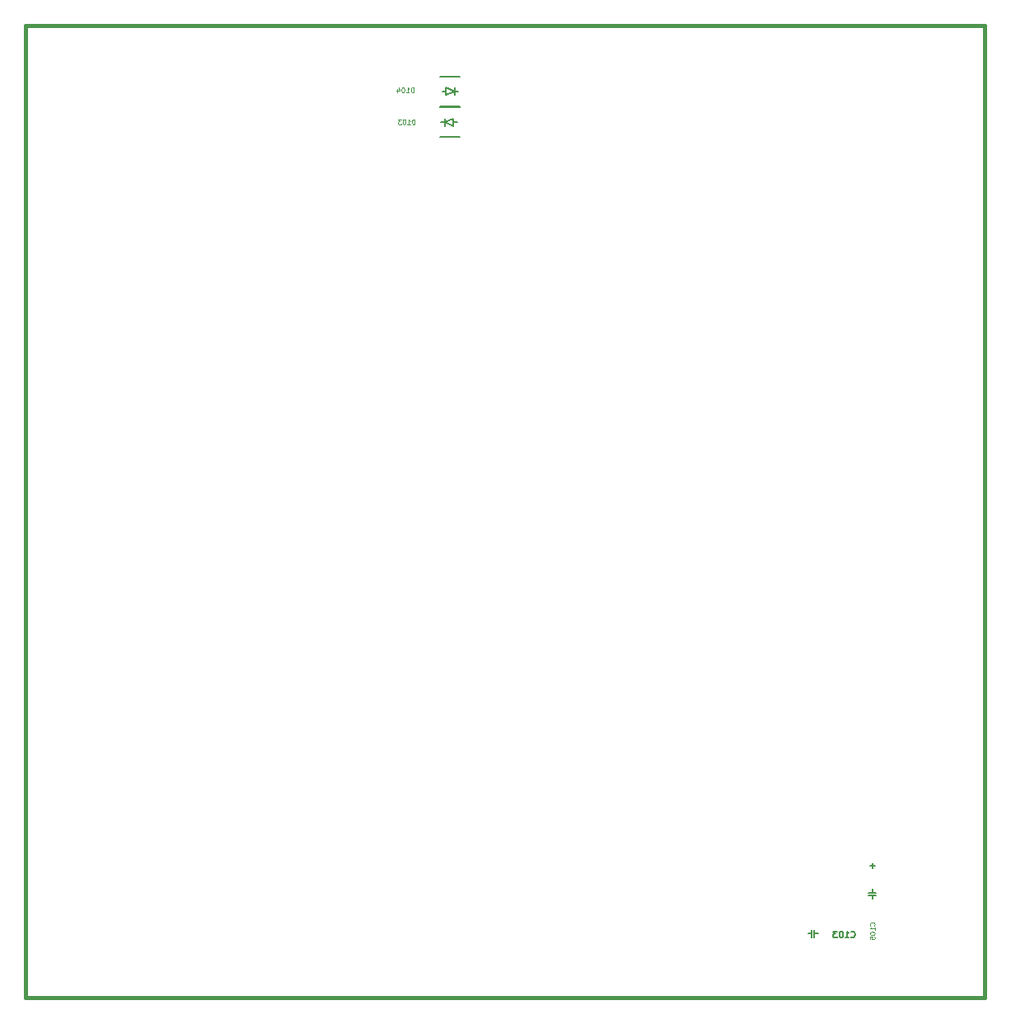
<source format=gbo>
G04 #@! TF.GenerationSoftware,KiCad,Pcbnew,(5.1.5)-3*
G04 #@! TF.CreationDate,2021-08-30T19:44:14+02:00*
G04 #@! TF.ProjectId,sbk6,73626b36-2e6b-4696-9361-645f70636258,0426 -*
G04 #@! TF.SameCoordinates,Original*
G04 #@! TF.FileFunction,Legend,Bot*
G04 #@! TF.FilePolarity,Positive*
%FSLAX46Y46*%
G04 Gerber Fmt 4.6, Leading zero omitted, Abs format (unit mm)*
G04 Created by KiCad (PCBNEW (5.1.5)-3) date 2021-08-30 19:44:14*
%MOMM*%
%LPD*%
G04 APERTURE LIST*
%ADD10C,0.381000*%
%ADD11C,0.127000*%
%ADD12C,0.119380*%
G04 APERTURE END LIST*
D10*
X66294000Y-151511000D02*
X66294000Y-51689000D01*
X164846000Y-151511000D02*
X66294000Y-151511000D01*
X164846000Y-51689000D02*
X164846000Y-151511000D01*
X66294000Y-51689000D02*
X164846000Y-51689000D01*
D11*
X147320000Y-144907000D02*
X147701000Y-144907000D01*
X147320000Y-145288000D02*
X147320000Y-144526000D01*
X146685000Y-144907000D02*
X147066000Y-144907000D01*
X147066000Y-144907000D02*
X147066000Y-145288000D01*
X147066000Y-145288000D02*
X147066000Y-144526000D01*
X153289000Y-138176000D02*
X153289000Y-137668000D01*
X153543000Y-137922000D02*
X153035000Y-137922000D01*
X153289000Y-140716000D02*
X153289000Y-140335000D01*
X153670000Y-140716000D02*
X152908000Y-140716000D01*
X153289000Y-141351000D02*
X153289000Y-140970000D01*
X153289000Y-140970000D02*
X153670000Y-140970000D01*
X153670000Y-140970000D02*
X152908000Y-140970000D01*
X109347000Y-61976000D02*
X109347000Y-61214000D01*
X108966000Y-61595000D02*
X109347000Y-61595000D01*
X110236000Y-61976000D02*
X110236000Y-61214000D01*
X110236000Y-61595000D02*
X110617000Y-61595000D01*
X109347000Y-61595000D02*
X110236000Y-61976000D01*
X110236000Y-61214000D02*
X109347000Y-61595000D01*
X108839000Y-60071000D02*
X110871000Y-60071000D01*
X108839000Y-63119000D02*
X110871000Y-63119000D01*
X110871000Y-56896000D02*
X108839000Y-56896000D01*
X110871000Y-59944000D02*
X108839000Y-59944000D01*
X109474000Y-58801000D02*
X110363000Y-58420000D01*
X110363000Y-58420000D02*
X109474000Y-58039000D01*
X109474000Y-58420000D02*
X109093000Y-58420000D01*
X109474000Y-58039000D02*
X109474000Y-58801000D01*
X110744000Y-58420000D02*
X110363000Y-58420000D01*
X110363000Y-58039000D02*
X110363000Y-58801000D01*
X151078595Y-145260785D02*
X151108833Y-145291023D01*
X151199547Y-145321261D01*
X151260023Y-145321261D01*
X151350738Y-145291023D01*
X151411214Y-145230547D01*
X151441452Y-145170071D01*
X151471690Y-145049119D01*
X151471690Y-144958404D01*
X151441452Y-144837452D01*
X151411214Y-144776976D01*
X151350738Y-144716500D01*
X151260023Y-144686261D01*
X151199547Y-144686261D01*
X151108833Y-144716500D01*
X151078595Y-144746738D01*
X150473833Y-145321261D02*
X150836690Y-145321261D01*
X150655261Y-145321261D02*
X150655261Y-144686261D01*
X150715738Y-144776976D01*
X150776214Y-144837452D01*
X150836690Y-144867690D01*
X150080738Y-144686261D02*
X150020261Y-144686261D01*
X149959785Y-144716500D01*
X149929547Y-144746738D01*
X149899309Y-144807214D01*
X149869071Y-144928166D01*
X149869071Y-145079357D01*
X149899309Y-145200309D01*
X149929547Y-145260785D01*
X149959785Y-145291023D01*
X150020261Y-145321261D01*
X150080738Y-145321261D01*
X150141214Y-145291023D01*
X150171452Y-145260785D01*
X150201690Y-145200309D01*
X150231928Y-145079357D01*
X150231928Y-144928166D01*
X150201690Y-144807214D01*
X150171452Y-144746738D01*
X150141214Y-144716500D01*
X150080738Y-144686261D01*
X149657404Y-144686261D02*
X149264309Y-144686261D01*
X149475976Y-144928166D01*
X149385261Y-144928166D01*
X149324785Y-144958404D01*
X149294547Y-144988642D01*
X149264309Y-145049119D01*
X149264309Y-145200309D01*
X149294547Y-145260785D01*
X149324785Y-145291023D01*
X149385261Y-145321261D01*
X149566690Y-145321261D01*
X149627166Y-145291023D01*
X149657404Y-145260785D01*
D12*
X153467707Y-144093050D02*
X153491534Y-144069223D01*
X153515362Y-143997740D01*
X153515362Y-143950085D01*
X153491534Y-143878602D01*
X153443879Y-143830947D01*
X153396224Y-143807119D01*
X153300913Y-143783291D01*
X153229430Y-143783291D01*
X153134120Y-143807119D01*
X153086465Y-143830947D01*
X153038810Y-143878602D01*
X153014982Y-143950085D01*
X153014982Y-143997740D01*
X153038810Y-144069223D01*
X153062637Y-144093050D01*
X153515362Y-144569603D02*
X153515362Y-144283671D01*
X153515362Y-144426637D02*
X153014982Y-144426637D01*
X153086465Y-144378982D01*
X153134120Y-144331327D01*
X153157948Y-144283671D01*
X153014982Y-144879362D02*
X153014982Y-144927017D01*
X153038810Y-144974672D01*
X153062637Y-144998500D01*
X153110292Y-145022328D01*
X153205603Y-145046155D01*
X153324741Y-145046155D01*
X153420051Y-145022328D01*
X153467707Y-144998500D01*
X153491534Y-144974672D01*
X153515362Y-144927017D01*
X153515362Y-144879362D01*
X153491534Y-144831707D01*
X153467707Y-144807879D01*
X153420051Y-144784051D01*
X153324741Y-144760224D01*
X153205603Y-144760224D01*
X153110292Y-144784051D01*
X153062637Y-144807879D01*
X153038810Y-144831707D01*
X153014982Y-144879362D01*
X153014982Y-145498880D02*
X153014982Y-145260604D01*
X153253258Y-145236776D01*
X153229430Y-145260604D01*
X153205603Y-145308259D01*
X153205603Y-145427397D01*
X153229430Y-145475052D01*
X153253258Y-145498880D01*
X153300913Y-145522708D01*
X153420051Y-145522708D01*
X153467707Y-145498880D01*
X153491534Y-145475052D01*
X153515362Y-145427397D01*
X153515362Y-145308259D01*
X153491534Y-145260604D01*
X153467707Y-145236776D01*
X106255880Y-61821362D02*
X106255880Y-61320982D01*
X106136742Y-61320982D01*
X106065259Y-61344810D01*
X106017604Y-61392465D01*
X105993776Y-61440120D01*
X105969949Y-61535430D01*
X105969949Y-61606913D01*
X105993776Y-61702224D01*
X106017604Y-61749879D01*
X106065259Y-61797534D01*
X106136742Y-61821362D01*
X106255880Y-61821362D01*
X105493396Y-61821362D02*
X105779328Y-61821362D01*
X105636362Y-61821362D02*
X105636362Y-61320982D01*
X105684017Y-61392465D01*
X105731672Y-61440120D01*
X105779328Y-61463948D01*
X105183637Y-61320982D02*
X105135982Y-61320982D01*
X105088327Y-61344810D01*
X105064499Y-61368637D01*
X105040671Y-61416292D01*
X105016844Y-61511603D01*
X105016844Y-61630741D01*
X105040671Y-61726051D01*
X105064499Y-61773707D01*
X105088327Y-61797534D01*
X105135982Y-61821362D01*
X105183637Y-61821362D01*
X105231292Y-61797534D01*
X105255120Y-61773707D01*
X105278948Y-61726051D01*
X105302775Y-61630741D01*
X105302775Y-61511603D01*
X105278948Y-61416292D01*
X105255120Y-61368637D01*
X105231292Y-61344810D01*
X105183637Y-61320982D01*
X104850050Y-61320982D02*
X104540291Y-61320982D01*
X104707085Y-61511603D01*
X104635602Y-61511603D01*
X104587947Y-61535430D01*
X104564119Y-61559258D01*
X104540291Y-61606913D01*
X104540291Y-61726051D01*
X104564119Y-61773707D01*
X104587947Y-61797534D01*
X104635602Y-61821362D01*
X104778568Y-61821362D01*
X104826223Y-61797534D01*
X104850050Y-61773707D01*
X106128880Y-58519362D02*
X106128880Y-58018982D01*
X106009742Y-58018982D01*
X105938259Y-58042810D01*
X105890604Y-58090465D01*
X105866776Y-58138120D01*
X105842949Y-58233430D01*
X105842949Y-58304913D01*
X105866776Y-58400224D01*
X105890604Y-58447879D01*
X105938259Y-58495534D01*
X106009742Y-58519362D01*
X106128880Y-58519362D01*
X105366396Y-58519362D02*
X105652328Y-58519362D01*
X105509362Y-58519362D02*
X105509362Y-58018982D01*
X105557017Y-58090465D01*
X105604672Y-58138120D01*
X105652328Y-58161948D01*
X105056637Y-58018982D02*
X105008982Y-58018982D01*
X104961327Y-58042810D01*
X104937499Y-58066637D01*
X104913671Y-58114292D01*
X104889844Y-58209603D01*
X104889844Y-58328741D01*
X104913671Y-58424051D01*
X104937499Y-58471707D01*
X104961327Y-58495534D01*
X105008982Y-58519362D01*
X105056637Y-58519362D01*
X105104292Y-58495534D01*
X105128120Y-58471707D01*
X105151948Y-58424051D01*
X105175775Y-58328741D01*
X105175775Y-58209603D01*
X105151948Y-58114292D01*
X105128120Y-58066637D01*
X105104292Y-58042810D01*
X105056637Y-58018982D01*
X104460947Y-58185775D02*
X104460947Y-58519362D01*
X104580085Y-57995154D02*
X104699223Y-58352569D01*
X104389464Y-58352569D01*
M02*

</source>
